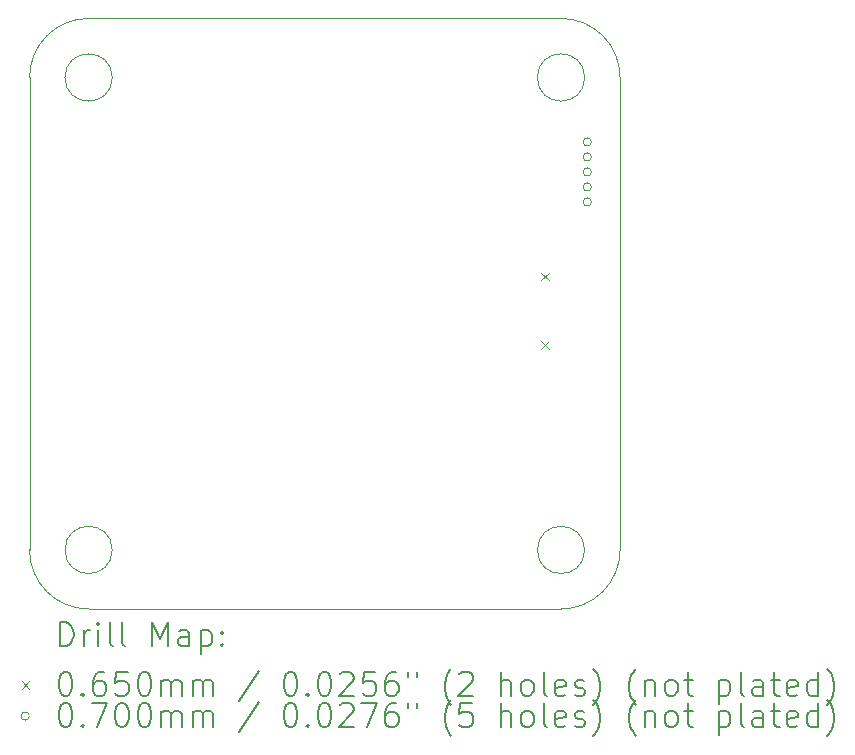
<source format=gbr>
%TF.GenerationSoftware,KiCad,Pcbnew,9.0.1-9.0.1-0~ubuntu24.04.1*%
%TF.CreationDate,2025-06-01T23:52:24-05:00*%
%TF.ProjectId,FC,46432e6b-6963-4616-945f-706362585858,rev?*%
%TF.SameCoordinates,Original*%
%TF.FileFunction,Drillmap*%
%TF.FilePolarity,Positive*%
%FSLAX45Y45*%
G04 Gerber Fmt 4.5, Leading zero omitted, Abs format (unit mm)*
G04 Created by KiCad (PCBNEW 9.0.1-9.0.1-0~ubuntu24.04.1) date 2025-06-01 23:52:24*
%MOMM*%
%LPD*%
G01*
G04 APERTURE LIST*
%ADD10C,0.050000*%
%ADD11C,0.200000*%
%ADD12C,0.100000*%
G04 APERTURE END LIST*
D10*
X19500000Y-5000000D02*
G75*
G02*
X20000000Y-5500000I0J-500000D01*
G01*
X20000000Y-9500000D02*
X20000000Y-5500000D01*
X19700000Y-9500000D02*
G75*
G02*
X19300000Y-9500000I-200000J0D01*
G01*
X19300000Y-9500000D02*
G75*
G02*
X19700000Y-9500000I200000J0D01*
G01*
X15000000Y-5500000D02*
G75*
G02*
X15500000Y-5000000I500000J0D01*
G01*
X15500000Y-10000000D02*
G75*
G02*
X15000000Y-9500000I0J500000D01*
G01*
X15500000Y-10000000D02*
X19500000Y-10000000D01*
X15500000Y-5000000D02*
X19500000Y-5000000D01*
X15700000Y-5500000D02*
G75*
G02*
X15300000Y-5500000I-200000J0D01*
G01*
X15300000Y-5500000D02*
G75*
G02*
X15700000Y-5500000I200000J0D01*
G01*
X15700000Y-9500000D02*
G75*
G02*
X15300000Y-9500000I-200000J0D01*
G01*
X15300000Y-9500000D02*
G75*
G02*
X15700000Y-9500000I200000J0D01*
G01*
X20000000Y-9500000D02*
G75*
G02*
X19500000Y-10000000I-500000J0D01*
G01*
X19700000Y-5500000D02*
G75*
G02*
X19300000Y-5500000I-200000J0D01*
G01*
X19300000Y-5500000D02*
G75*
G02*
X19700000Y-5500000I200000J0D01*
G01*
X15000000Y-5500000D02*
X15000000Y-9500000D01*
D11*
D12*
X19332000Y-7153500D02*
X19397000Y-7218500D01*
X19397000Y-7153500D02*
X19332000Y-7218500D01*
X19332000Y-7731500D02*
X19397000Y-7796500D01*
X19397000Y-7731500D02*
X19332000Y-7796500D01*
X19756350Y-6046000D02*
G75*
G02*
X19686350Y-6046000I-35000J0D01*
G01*
X19686350Y-6046000D02*
G75*
G02*
X19756350Y-6046000I35000J0D01*
G01*
X19756350Y-6173000D02*
G75*
G02*
X19686350Y-6173000I-35000J0D01*
G01*
X19686350Y-6173000D02*
G75*
G02*
X19756350Y-6173000I35000J0D01*
G01*
X19756350Y-6300000D02*
G75*
G02*
X19686350Y-6300000I-35000J0D01*
G01*
X19686350Y-6300000D02*
G75*
G02*
X19756350Y-6300000I35000J0D01*
G01*
X19756350Y-6427000D02*
G75*
G02*
X19686350Y-6427000I-35000J0D01*
G01*
X19686350Y-6427000D02*
G75*
G02*
X19756350Y-6427000I35000J0D01*
G01*
X19756350Y-6554000D02*
G75*
G02*
X19686350Y-6554000I-35000J0D01*
G01*
X19686350Y-6554000D02*
G75*
G02*
X19756350Y-6554000I35000J0D01*
G01*
D11*
X15258277Y-10313984D02*
X15258277Y-10113984D01*
X15258277Y-10113984D02*
X15305896Y-10113984D01*
X15305896Y-10113984D02*
X15334467Y-10123508D01*
X15334467Y-10123508D02*
X15353515Y-10142555D01*
X15353515Y-10142555D02*
X15363039Y-10161603D01*
X15363039Y-10161603D02*
X15372562Y-10199698D01*
X15372562Y-10199698D02*
X15372562Y-10228270D01*
X15372562Y-10228270D02*
X15363039Y-10266365D01*
X15363039Y-10266365D02*
X15353515Y-10285412D01*
X15353515Y-10285412D02*
X15334467Y-10304460D01*
X15334467Y-10304460D02*
X15305896Y-10313984D01*
X15305896Y-10313984D02*
X15258277Y-10313984D01*
X15458277Y-10313984D02*
X15458277Y-10180650D01*
X15458277Y-10218746D02*
X15467801Y-10199698D01*
X15467801Y-10199698D02*
X15477324Y-10190174D01*
X15477324Y-10190174D02*
X15496372Y-10180650D01*
X15496372Y-10180650D02*
X15515420Y-10180650D01*
X15582086Y-10313984D02*
X15582086Y-10180650D01*
X15582086Y-10113984D02*
X15572562Y-10123508D01*
X15572562Y-10123508D02*
X15582086Y-10133031D01*
X15582086Y-10133031D02*
X15591610Y-10123508D01*
X15591610Y-10123508D02*
X15582086Y-10113984D01*
X15582086Y-10113984D02*
X15582086Y-10133031D01*
X15705896Y-10313984D02*
X15686848Y-10304460D01*
X15686848Y-10304460D02*
X15677324Y-10285412D01*
X15677324Y-10285412D02*
X15677324Y-10113984D01*
X15810658Y-10313984D02*
X15791610Y-10304460D01*
X15791610Y-10304460D02*
X15782086Y-10285412D01*
X15782086Y-10285412D02*
X15782086Y-10113984D01*
X16039229Y-10313984D02*
X16039229Y-10113984D01*
X16039229Y-10113984D02*
X16105896Y-10256841D01*
X16105896Y-10256841D02*
X16172562Y-10113984D01*
X16172562Y-10113984D02*
X16172562Y-10313984D01*
X16353515Y-10313984D02*
X16353515Y-10209222D01*
X16353515Y-10209222D02*
X16343991Y-10190174D01*
X16343991Y-10190174D02*
X16324943Y-10180650D01*
X16324943Y-10180650D02*
X16286848Y-10180650D01*
X16286848Y-10180650D02*
X16267801Y-10190174D01*
X16353515Y-10304460D02*
X16334467Y-10313984D01*
X16334467Y-10313984D02*
X16286848Y-10313984D01*
X16286848Y-10313984D02*
X16267801Y-10304460D01*
X16267801Y-10304460D02*
X16258277Y-10285412D01*
X16258277Y-10285412D02*
X16258277Y-10266365D01*
X16258277Y-10266365D02*
X16267801Y-10247317D01*
X16267801Y-10247317D02*
X16286848Y-10237793D01*
X16286848Y-10237793D02*
X16334467Y-10237793D01*
X16334467Y-10237793D02*
X16353515Y-10228270D01*
X16448753Y-10180650D02*
X16448753Y-10380650D01*
X16448753Y-10190174D02*
X16467801Y-10180650D01*
X16467801Y-10180650D02*
X16505896Y-10180650D01*
X16505896Y-10180650D02*
X16524943Y-10190174D01*
X16524943Y-10190174D02*
X16534467Y-10199698D01*
X16534467Y-10199698D02*
X16543991Y-10218746D01*
X16543991Y-10218746D02*
X16543991Y-10275889D01*
X16543991Y-10275889D02*
X16534467Y-10294936D01*
X16534467Y-10294936D02*
X16524943Y-10304460D01*
X16524943Y-10304460D02*
X16505896Y-10313984D01*
X16505896Y-10313984D02*
X16467801Y-10313984D01*
X16467801Y-10313984D02*
X16448753Y-10304460D01*
X16629705Y-10294936D02*
X16639229Y-10304460D01*
X16639229Y-10304460D02*
X16629705Y-10313984D01*
X16629705Y-10313984D02*
X16620182Y-10304460D01*
X16620182Y-10304460D02*
X16629705Y-10294936D01*
X16629705Y-10294936D02*
X16629705Y-10313984D01*
X16629705Y-10190174D02*
X16639229Y-10199698D01*
X16639229Y-10199698D02*
X16629705Y-10209222D01*
X16629705Y-10209222D02*
X16620182Y-10199698D01*
X16620182Y-10199698D02*
X16629705Y-10190174D01*
X16629705Y-10190174D02*
X16629705Y-10209222D01*
D12*
X14932500Y-10610000D02*
X14997500Y-10675000D01*
X14997500Y-10610000D02*
X14932500Y-10675000D01*
D11*
X15296372Y-10533984D02*
X15315420Y-10533984D01*
X15315420Y-10533984D02*
X15334467Y-10543508D01*
X15334467Y-10543508D02*
X15343991Y-10553031D01*
X15343991Y-10553031D02*
X15353515Y-10572079D01*
X15353515Y-10572079D02*
X15363039Y-10610174D01*
X15363039Y-10610174D02*
X15363039Y-10657793D01*
X15363039Y-10657793D02*
X15353515Y-10695889D01*
X15353515Y-10695889D02*
X15343991Y-10714936D01*
X15343991Y-10714936D02*
X15334467Y-10724460D01*
X15334467Y-10724460D02*
X15315420Y-10733984D01*
X15315420Y-10733984D02*
X15296372Y-10733984D01*
X15296372Y-10733984D02*
X15277324Y-10724460D01*
X15277324Y-10724460D02*
X15267801Y-10714936D01*
X15267801Y-10714936D02*
X15258277Y-10695889D01*
X15258277Y-10695889D02*
X15248753Y-10657793D01*
X15248753Y-10657793D02*
X15248753Y-10610174D01*
X15248753Y-10610174D02*
X15258277Y-10572079D01*
X15258277Y-10572079D02*
X15267801Y-10553031D01*
X15267801Y-10553031D02*
X15277324Y-10543508D01*
X15277324Y-10543508D02*
X15296372Y-10533984D01*
X15448753Y-10714936D02*
X15458277Y-10724460D01*
X15458277Y-10724460D02*
X15448753Y-10733984D01*
X15448753Y-10733984D02*
X15439229Y-10724460D01*
X15439229Y-10724460D02*
X15448753Y-10714936D01*
X15448753Y-10714936D02*
X15448753Y-10733984D01*
X15629705Y-10533984D02*
X15591610Y-10533984D01*
X15591610Y-10533984D02*
X15572562Y-10543508D01*
X15572562Y-10543508D02*
X15563039Y-10553031D01*
X15563039Y-10553031D02*
X15543991Y-10581603D01*
X15543991Y-10581603D02*
X15534467Y-10619698D01*
X15534467Y-10619698D02*
X15534467Y-10695889D01*
X15534467Y-10695889D02*
X15543991Y-10714936D01*
X15543991Y-10714936D02*
X15553515Y-10724460D01*
X15553515Y-10724460D02*
X15572562Y-10733984D01*
X15572562Y-10733984D02*
X15610658Y-10733984D01*
X15610658Y-10733984D02*
X15629705Y-10724460D01*
X15629705Y-10724460D02*
X15639229Y-10714936D01*
X15639229Y-10714936D02*
X15648753Y-10695889D01*
X15648753Y-10695889D02*
X15648753Y-10648270D01*
X15648753Y-10648270D02*
X15639229Y-10629222D01*
X15639229Y-10629222D02*
X15629705Y-10619698D01*
X15629705Y-10619698D02*
X15610658Y-10610174D01*
X15610658Y-10610174D02*
X15572562Y-10610174D01*
X15572562Y-10610174D02*
X15553515Y-10619698D01*
X15553515Y-10619698D02*
X15543991Y-10629222D01*
X15543991Y-10629222D02*
X15534467Y-10648270D01*
X15829705Y-10533984D02*
X15734467Y-10533984D01*
X15734467Y-10533984D02*
X15724943Y-10629222D01*
X15724943Y-10629222D02*
X15734467Y-10619698D01*
X15734467Y-10619698D02*
X15753515Y-10610174D01*
X15753515Y-10610174D02*
X15801134Y-10610174D01*
X15801134Y-10610174D02*
X15820182Y-10619698D01*
X15820182Y-10619698D02*
X15829705Y-10629222D01*
X15829705Y-10629222D02*
X15839229Y-10648270D01*
X15839229Y-10648270D02*
X15839229Y-10695889D01*
X15839229Y-10695889D02*
X15829705Y-10714936D01*
X15829705Y-10714936D02*
X15820182Y-10724460D01*
X15820182Y-10724460D02*
X15801134Y-10733984D01*
X15801134Y-10733984D02*
X15753515Y-10733984D01*
X15753515Y-10733984D02*
X15734467Y-10724460D01*
X15734467Y-10724460D02*
X15724943Y-10714936D01*
X15963039Y-10533984D02*
X15982086Y-10533984D01*
X15982086Y-10533984D02*
X16001134Y-10543508D01*
X16001134Y-10543508D02*
X16010658Y-10553031D01*
X16010658Y-10553031D02*
X16020182Y-10572079D01*
X16020182Y-10572079D02*
X16029705Y-10610174D01*
X16029705Y-10610174D02*
X16029705Y-10657793D01*
X16029705Y-10657793D02*
X16020182Y-10695889D01*
X16020182Y-10695889D02*
X16010658Y-10714936D01*
X16010658Y-10714936D02*
X16001134Y-10724460D01*
X16001134Y-10724460D02*
X15982086Y-10733984D01*
X15982086Y-10733984D02*
X15963039Y-10733984D01*
X15963039Y-10733984D02*
X15943991Y-10724460D01*
X15943991Y-10724460D02*
X15934467Y-10714936D01*
X15934467Y-10714936D02*
X15924943Y-10695889D01*
X15924943Y-10695889D02*
X15915420Y-10657793D01*
X15915420Y-10657793D02*
X15915420Y-10610174D01*
X15915420Y-10610174D02*
X15924943Y-10572079D01*
X15924943Y-10572079D02*
X15934467Y-10553031D01*
X15934467Y-10553031D02*
X15943991Y-10543508D01*
X15943991Y-10543508D02*
X15963039Y-10533984D01*
X16115420Y-10733984D02*
X16115420Y-10600650D01*
X16115420Y-10619698D02*
X16124943Y-10610174D01*
X16124943Y-10610174D02*
X16143991Y-10600650D01*
X16143991Y-10600650D02*
X16172563Y-10600650D01*
X16172563Y-10600650D02*
X16191610Y-10610174D01*
X16191610Y-10610174D02*
X16201134Y-10629222D01*
X16201134Y-10629222D02*
X16201134Y-10733984D01*
X16201134Y-10629222D02*
X16210658Y-10610174D01*
X16210658Y-10610174D02*
X16229705Y-10600650D01*
X16229705Y-10600650D02*
X16258277Y-10600650D01*
X16258277Y-10600650D02*
X16277324Y-10610174D01*
X16277324Y-10610174D02*
X16286848Y-10629222D01*
X16286848Y-10629222D02*
X16286848Y-10733984D01*
X16382086Y-10733984D02*
X16382086Y-10600650D01*
X16382086Y-10619698D02*
X16391610Y-10610174D01*
X16391610Y-10610174D02*
X16410658Y-10600650D01*
X16410658Y-10600650D02*
X16439229Y-10600650D01*
X16439229Y-10600650D02*
X16458277Y-10610174D01*
X16458277Y-10610174D02*
X16467801Y-10629222D01*
X16467801Y-10629222D02*
X16467801Y-10733984D01*
X16467801Y-10629222D02*
X16477324Y-10610174D01*
X16477324Y-10610174D02*
X16496372Y-10600650D01*
X16496372Y-10600650D02*
X16524943Y-10600650D01*
X16524943Y-10600650D02*
X16543991Y-10610174D01*
X16543991Y-10610174D02*
X16553515Y-10629222D01*
X16553515Y-10629222D02*
X16553515Y-10733984D01*
X16943991Y-10524460D02*
X16772563Y-10781603D01*
X17201134Y-10533984D02*
X17220182Y-10533984D01*
X17220182Y-10533984D02*
X17239229Y-10543508D01*
X17239229Y-10543508D02*
X17248753Y-10553031D01*
X17248753Y-10553031D02*
X17258277Y-10572079D01*
X17258277Y-10572079D02*
X17267801Y-10610174D01*
X17267801Y-10610174D02*
X17267801Y-10657793D01*
X17267801Y-10657793D02*
X17258277Y-10695889D01*
X17258277Y-10695889D02*
X17248753Y-10714936D01*
X17248753Y-10714936D02*
X17239229Y-10724460D01*
X17239229Y-10724460D02*
X17220182Y-10733984D01*
X17220182Y-10733984D02*
X17201134Y-10733984D01*
X17201134Y-10733984D02*
X17182087Y-10724460D01*
X17182087Y-10724460D02*
X17172563Y-10714936D01*
X17172563Y-10714936D02*
X17163039Y-10695889D01*
X17163039Y-10695889D02*
X17153515Y-10657793D01*
X17153515Y-10657793D02*
X17153515Y-10610174D01*
X17153515Y-10610174D02*
X17163039Y-10572079D01*
X17163039Y-10572079D02*
X17172563Y-10553031D01*
X17172563Y-10553031D02*
X17182087Y-10543508D01*
X17182087Y-10543508D02*
X17201134Y-10533984D01*
X17353515Y-10714936D02*
X17363039Y-10724460D01*
X17363039Y-10724460D02*
X17353515Y-10733984D01*
X17353515Y-10733984D02*
X17343991Y-10724460D01*
X17343991Y-10724460D02*
X17353515Y-10714936D01*
X17353515Y-10714936D02*
X17353515Y-10733984D01*
X17486848Y-10533984D02*
X17505896Y-10533984D01*
X17505896Y-10533984D02*
X17524944Y-10543508D01*
X17524944Y-10543508D02*
X17534468Y-10553031D01*
X17534468Y-10553031D02*
X17543991Y-10572079D01*
X17543991Y-10572079D02*
X17553515Y-10610174D01*
X17553515Y-10610174D02*
X17553515Y-10657793D01*
X17553515Y-10657793D02*
X17543991Y-10695889D01*
X17543991Y-10695889D02*
X17534468Y-10714936D01*
X17534468Y-10714936D02*
X17524944Y-10724460D01*
X17524944Y-10724460D02*
X17505896Y-10733984D01*
X17505896Y-10733984D02*
X17486848Y-10733984D01*
X17486848Y-10733984D02*
X17467801Y-10724460D01*
X17467801Y-10724460D02*
X17458277Y-10714936D01*
X17458277Y-10714936D02*
X17448753Y-10695889D01*
X17448753Y-10695889D02*
X17439229Y-10657793D01*
X17439229Y-10657793D02*
X17439229Y-10610174D01*
X17439229Y-10610174D02*
X17448753Y-10572079D01*
X17448753Y-10572079D02*
X17458277Y-10553031D01*
X17458277Y-10553031D02*
X17467801Y-10543508D01*
X17467801Y-10543508D02*
X17486848Y-10533984D01*
X17629706Y-10553031D02*
X17639229Y-10543508D01*
X17639229Y-10543508D02*
X17658277Y-10533984D01*
X17658277Y-10533984D02*
X17705896Y-10533984D01*
X17705896Y-10533984D02*
X17724944Y-10543508D01*
X17724944Y-10543508D02*
X17734468Y-10553031D01*
X17734468Y-10553031D02*
X17743991Y-10572079D01*
X17743991Y-10572079D02*
X17743991Y-10591127D01*
X17743991Y-10591127D02*
X17734468Y-10619698D01*
X17734468Y-10619698D02*
X17620182Y-10733984D01*
X17620182Y-10733984D02*
X17743991Y-10733984D01*
X17924944Y-10533984D02*
X17829706Y-10533984D01*
X17829706Y-10533984D02*
X17820182Y-10629222D01*
X17820182Y-10629222D02*
X17829706Y-10619698D01*
X17829706Y-10619698D02*
X17848753Y-10610174D01*
X17848753Y-10610174D02*
X17896372Y-10610174D01*
X17896372Y-10610174D02*
X17915420Y-10619698D01*
X17915420Y-10619698D02*
X17924944Y-10629222D01*
X17924944Y-10629222D02*
X17934468Y-10648270D01*
X17934468Y-10648270D02*
X17934468Y-10695889D01*
X17934468Y-10695889D02*
X17924944Y-10714936D01*
X17924944Y-10714936D02*
X17915420Y-10724460D01*
X17915420Y-10724460D02*
X17896372Y-10733984D01*
X17896372Y-10733984D02*
X17848753Y-10733984D01*
X17848753Y-10733984D02*
X17829706Y-10724460D01*
X17829706Y-10724460D02*
X17820182Y-10714936D01*
X18105896Y-10533984D02*
X18067801Y-10533984D01*
X18067801Y-10533984D02*
X18048753Y-10543508D01*
X18048753Y-10543508D02*
X18039229Y-10553031D01*
X18039229Y-10553031D02*
X18020182Y-10581603D01*
X18020182Y-10581603D02*
X18010658Y-10619698D01*
X18010658Y-10619698D02*
X18010658Y-10695889D01*
X18010658Y-10695889D02*
X18020182Y-10714936D01*
X18020182Y-10714936D02*
X18029706Y-10724460D01*
X18029706Y-10724460D02*
X18048753Y-10733984D01*
X18048753Y-10733984D02*
X18086849Y-10733984D01*
X18086849Y-10733984D02*
X18105896Y-10724460D01*
X18105896Y-10724460D02*
X18115420Y-10714936D01*
X18115420Y-10714936D02*
X18124944Y-10695889D01*
X18124944Y-10695889D02*
X18124944Y-10648270D01*
X18124944Y-10648270D02*
X18115420Y-10629222D01*
X18115420Y-10629222D02*
X18105896Y-10619698D01*
X18105896Y-10619698D02*
X18086849Y-10610174D01*
X18086849Y-10610174D02*
X18048753Y-10610174D01*
X18048753Y-10610174D02*
X18029706Y-10619698D01*
X18029706Y-10619698D02*
X18020182Y-10629222D01*
X18020182Y-10629222D02*
X18010658Y-10648270D01*
X18201134Y-10533984D02*
X18201134Y-10572079D01*
X18277325Y-10533984D02*
X18277325Y-10572079D01*
X18572563Y-10810174D02*
X18563039Y-10800650D01*
X18563039Y-10800650D02*
X18543991Y-10772079D01*
X18543991Y-10772079D02*
X18534468Y-10753031D01*
X18534468Y-10753031D02*
X18524944Y-10724460D01*
X18524944Y-10724460D02*
X18515420Y-10676841D01*
X18515420Y-10676841D02*
X18515420Y-10638746D01*
X18515420Y-10638746D02*
X18524944Y-10591127D01*
X18524944Y-10591127D02*
X18534468Y-10562555D01*
X18534468Y-10562555D02*
X18543991Y-10543508D01*
X18543991Y-10543508D02*
X18563039Y-10514936D01*
X18563039Y-10514936D02*
X18572563Y-10505412D01*
X18639230Y-10553031D02*
X18648753Y-10543508D01*
X18648753Y-10543508D02*
X18667801Y-10533984D01*
X18667801Y-10533984D02*
X18715420Y-10533984D01*
X18715420Y-10533984D02*
X18734468Y-10543508D01*
X18734468Y-10543508D02*
X18743991Y-10553031D01*
X18743991Y-10553031D02*
X18753515Y-10572079D01*
X18753515Y-10572079D02*
X18753515Y-10591127D01*
X18753515Y-10591127D02*
X18743991Y-10619698D01*
X18743991Y-10619698D02*
X18629706Y-10733984D01*
X18629706Y-10733984D02*
X18753515Y-10733984D01*
X18991611Y-10733984D02*
X18991611Y-10533984D01*
X19077325Y-10733984D02*
X19077325Y-10629222D01*
X19077325Y-10629222D02*
X19067801Y-10610174D01*
X19067801Y-10610174D02*
X19048753Y-10600650D01*
X19048753Y-10600650D02*
X19020182Y-10600650D01*
X19020182Y-10600650D02*
X19001134Y-10610174D01*
X19001134Y-10610174D02*
X18991611Y-10619698D01*
X19201134Y-10733984D02*
X19182087Y-10724460D01*
X19182087Y-10724460D02*
X19172563Y-10714936D01*
X19172563Y-10714936D02*
X19163039Y-10695889D01*
X19163039Y-10695889D02*
X19163039Y-10638746D01*
X19163039Y-10638746D02*
X19172563Y-10619698D01*
X19172563Y-10619698D02*
X19182087Y-10610174D01*
X19182087Y-10610174D02*
X19201134Y-10600650D01*
X19201134Y-10600650D02*
X19229706Y-10600650D01*
X19229706Y-10600650D02*
X19248753Y-10610174D01*
X19248753Y-10610174D02*
X19258277Y-10619698D01*
X19258277Y-10619698D02*
X19267801Y-10638746D01*
X19267801Y-10638746D02*
X19267801Y-10695889D01*
X19267801Y-10695889D02*
X19258277Y-10714936D01*
X19258277Y-10714936D02*
X19248753Y-10724460D01*
X19248753Y-10724460D02*
X19229706Y-10733984D01*
X19229706Y-10733984D02*
X19201134Y-10733984D01*
X19382087Y-10733984D02*
X19363039Y-10724460D01*
X19363039Y-10724460D02*
X19353515Y-10705412D01*
X19353515Y-10705412D02*
X19353515Y-10533984D01*
X19534468Y-10724460D02*
X19515420Y-10733984D01*
X19515420Y-10733984D02*
X19477325Y-10733984D01*
X19477325Y-10733984D02*
X19458277Y-10724460D01*
X19458277Y-10724460D02*
X19448753Y-10705412D01*
X19448753Y-10705412D02*
X19448753Y-10629222D01*
X19448753Y-10629222D02*
X19458277Y-10610174D01*
X19458277Y-10610174D02*
X19477325Y-10600650D01*
X19477325Y-10600650D02*
X19515420Y-10600650D01*
X19515420Y-10600650D02*
X19534468Y-10610174D01*
X19534468Y-10610174D02*
X19543992Y-10629222D01*
X19543992Y-10629222D02*
X19543992Y-10648270D01*
X19543992Y-10648270D02*
X19448753Y-10667317D01*
X19620182Y-10724460D02*
X19639230Y-10733984D01*
X19639230Y-10733984D02*
X19677325Y-10733984D01*
X19677325Y-10733984D02*
X19696373Y-10724460D01*
X19696373Y-10724460D02*
X19705896Y-10705412D01*
X19705896Y-10705412D02*
X19705896Y-10695889D01*
X19705896Y-10695889D02*
X19696373Y-10676841D01*
X19696373Y-10676841D02*
X19677325Y-10667317D01*
X19677325Y-10667317D02*
X19648753Y-10667317D01*
X19648753Y-10667317D02*
X19629706Y-10657793D01*
X19629706Y-10657793D02*
X19620182Y-10638746D01*
X19620182Y-10638746D02*
X19620182Y-10629222D01*
X19620182Y-10629222D02*
X19629706Y-10610174D01*
X19629706Y-10610174D02*
X19648753Y-10600650D01*
X19648753Y-10600650D02*
X19677325Y-10600650D01*
X19677325Y-10600650D02*
X19696373Y-10610174D01*
X19772563Y-10810174D02*
X19782087Y-10800650D01*
X19782087Y-10800650D02*
X19801134Y-10772079D01*
X19801134Y-10772079D02*
X19810658Y-10753031D01*
X19810658Y-10753031D02*
X19820182Y-10724460D01*
X19820182Y-10724460D02*
X19829706Y-10676841D01*
X19829706Y-10676841D02*
X19829706Y-10638746D01*
X19829706Y-10638746D02*
X19820182Y-10591127D01*
X19820182Y-10591127D02*
X19810658Y-10562555D01*
X19810658Y-10562555D02*
X19801134Y-10543508D01*
X19801134Y-10543508D02*
X19782087Y-10514936D01*
X19782087Y-10514936D02*
X19772563Y-10505412D01*
X20134468Y-10810174D02*
X20124944Y-10800650D01*
X20124944Y-10800650D02*
X20105896Y-10772079D01*
X20105896Y-10772079D02*
X20096373Y-10753031D01*
X20096373Y-10753031D02*
X20086849Y-10724460D01*
X20086849Y-10724460D02*
X20077325Y-10676841D01*
X20077325Y-10676841D02*
X20077325Y-10638746D01*
X20077325Y-10638746D02*
X20086849Y-10591127D01*
X20086849Y-10591127D02*
X20096373Y-10562555D01*
X20096373Y-10562555D02*
X20105896Y-10543508D01*
X20105896Y-10543508D02*
X20124944Y-10514936D01*
X20124944Y-10514936D02*
X20134468Y-10505412D01*
X20210658Y-10600650D02*
X20210658Y-10733984D01*
X20210658Y-10619698D02*
X20220182Y-10610174D01*
X20220182Y-10610174D02*
X20239230Y-10600650D01*
X20239230Y-10600650D02*
X20267801Y-10600650D01*
X20267801Y-10600650D02*
X20286849Y-10610174D01*
X20286849Y-10610174D02*
X20296373Y-10629222D01*
X20296373Y-10629222D02*
X20296373Y-10733984D01*
X20420182Y-10733984D02*
X20401134Y-10724460D01*
X20401134Y-10724460D02*
X20391611Y-10714936D01*
X20391611Y-10714936D02*
X20382087Y-10695889D01*
X20382087Y-10695889D02*
X20382087Y-10638746D01*
X20382087Y-10638746D02*
X20391611Y-10619698D01*
X20391611Y-10619698D02*
X20401134Y-10610174D01*
X20401134Y-10610174D02*
X20420182Y-10600650D01*
X20420182Y-10600650D02*
X20448754Y-10600650D01*
X20448754Y-10600650D02*
X20467801Y-10610174D01*
X20467801Y-10610174D02*
X20477325Y-10619698D01*
X20477325Y-10619698D02*
X20486849Y-10638746D01*
X20486849Y-10638746D02*
X20486849Y-10695889D01*
X20486849Y-10695889D02*
X20477325Y-10714936D01*
X20477325Y-10714936D02*
X20467801Y-10724460D01*
X20467801Y-10724460D02*
X20448754Y-10733984D01*
X20448754Y-10733984D02*
X20420182Y-10733984D01*
X20543992Y-10600650D02*
X20620182Y-10600650D01*
X20572563Y-10533984D02*
X20572563Y-10705412D01*
X20572563Y-10705412D02*
X20582087Y-10724460D01*
X20582087Y-10724460D02*
X20601134Y-10733984D01*
X20601134Y-10733984D02*
X20620182Y-10733984D01*
X20839230Y-10600650D02*
X20839230Y-10800650D01*
X20839230Y-10610174D02*
X20858277Y-10600650D01*
X20858277Y-10600650D02*
X20896373Y-10600650D01*
X20896373Y-10600650D02*
X20915420Y-10610174D01*
X20915420Y-10610174D02*
X20924944Y-10619698D01*
X20924944Y-10619698D02*
X20934468Y-10638746D01*
X20934468Y-10638746D02*
X20934468Y-10695889D01*
X20934468Y-10695889D02*
X20924944Y-10714936D01*
X20924944Y-10714936D02*
X20915420Y-10724460D01*
X20915420Y-10724460D02*
X20896373Y-10733984D01*
X20896373Y-10733984D02*
X20858277Y-10733984D01*
X20858277Y-10733984D02*
X20839230Y-10724460D01*
X21048754Y-10733984D02*
X21029706Y-10724460D01*
X21029706Y-10724460D02*
X21020182Y-10705412D01*
X21020182Y-10705412D02*
X21020182Y-10533984D01*
X21210658Y-10733984D02*
X21210658Y-10629222D01*
X21210658Y-10629222D02*
X21201135Y-10610174D01*
X21201135Y-10610174D02*
X21182087Y-10600650D01*
X21182087Y-10600650D02*
X21143992Y-10600650D01*
X21143992Y-10600650D02*
X21124944Y-10610174D01*
X21210658Y-10724460D02*
X21191611Y-10733984D01*
X21191611Y-10733984D02*
X21143992Y-10733984D01*
X21143992Y-10733984D02*
X21124944Y-10724460D01*
X21124944Y-10724460D02*
X21115420Y-10705412D01*
X21115420Y-10705412D02*
X21115420Y-10686365D01*
X21115420Y-10686365D02*
X21124944Y-10667317D01*
X21124944Y-10667317D02*
X21143992Y-10657793D01*
X21143992Y-10657793D02*
X21191611Y-10657793D01*
X21191611Y-10657793D02*
X21210658Y-10648270D01*
X21277325Y-10600650D02*
X21353515Y-10600650D01*
X21305896Y-10533984D02*
X21305896Y-10705412D01*
X21305896Y-10705412D02*
X21315420Y-10724460D01*
X21315420Y-10724460D02*
X21334468Y-10733984D01*
X21334468Y-10733984D02*
X21353515Y-10733984D01*
X21496373Y-10724460D02*
X21477325Y-10733984D01*
X21477325Y-10733984D02*
X21439230Y-10733984D01*
X21439230Y-10733984D02*
X21420182Y-10724460D01*
X21420182Y-10724460D02*
X21410658Y-10705412D01*
X21410658Y-10705412D02*
X21410658Y-10629222D01*
X21410658Y-10629222D02*
X21420182Y-10610174D01*
X21420182Y-10610174D02*
X21439230Y-10600650D01*
X21439230Y-10600650D02*
X21477325Y-10600650D01*
X21477325Y-10600650D02*
X21496373Y-10610174D01*
X21496373Y-10610174D02*
X21505896Y-10629222D01*
X21505896Y-10629222D02*
X21505896Y-10648270D01*
X21505896Y-10648270D02*
X21410658Y-10667317D01*
X21677325Y-10733984D02*
X21677325Y-10533984D01*
X21677325Y-10724460D02*
X21658277Y-10733984D01*
X21658277Y-10733984D02*
X21620182Y-10733984D01*
X21620182Y-10733984D02*
X21601135Y-10724460D01*
X21601135Y-10724460D02*
X21591611Y-10714936D01*
X21591611Y-10714936D02*
X21582087Y-10695889D01*
X21582087Y-10695889D02*
X21582087Y-10638746D01*
X21582087Y-10638746D02*
X21591611Y-10619698D01*
X21591611Y-10619698D02*
X21601135Y-10610174D01*
X21601135Y-10610174D02*
X21620182Y-10600650D01*
X21620182Y-10600650D02*
X21658277Y-10600650D01*
X21658277Y-10600650D02*
X21677325Y-10610174D01*
X21753516Y-10810174D02*
X21763039Y-10800650D01*
X21763039Y-10800650D02*
X21782087Y-10772079D01*
X21782087Y-10772079D02*
X21791611Y-10753031D01*
X21791611Y-10753031D02*
X21801135Y-10724460D01*
X21801135Y-10724460D02*
X21810658Y-10676841D01*
X21810658Y-10676841D02*
X21810658Y-10638746D01*
X21810658Y-10638746D02*
X21801135Y-10591127D01*
X21801135Y-10591127D02*
X21791611Y-10562555D01*
X21791611Y-10562555D02*
X21782087Y-10543508D01*
X21782087Y-10543508D02*
X21763039Y-10514936D01*
X21763039Y-10514936D02*
X21753516Y-10505412D01*
D12*
X14997500Y-10906500D02*
G75*
G02*
X14927500Y-10906500I-35000J0D01*
G01*
X14927500Y-10906500D02*
G75*
G02*
X14997500Y-10906500I35000J0D01*
G01*
D11*
X15296372Y-10797984D02*
X15315420Y-10797984D01*
X15315420Y-10797984D02*
X15334467Y-10807508D01*
X15334467Y-10807508D02*
X15343991Y-10817031D01*
X15343991Y-10817031D02*
X15353515Y-10836079D01*
X15353515Y-10836079D02*
X15363039Y-10874174D01*
X15363039Y-10874174D02*
X15363039Y-10921793D01*
X15363039Y-10921793D02*
X15353515Y-10959889D01*
X15353515Y-10959889D02*
X15343991Y-10978936D01*
X15343991Y-10978936D02*
X15334467Y-10988460D01*
X15334467Y-10988460D02*
X15315420Y-10997984D01*
X15315420Y-10997984D02*
X15296372Y-10997984D01*
X15296372Y-10997984D02*
X15277324Y-10988460D01*
X15277324Y-10988460D02*
X15267801Y-10978936D01*
X15267801Y-10978936D02*
X15258277Y-10959889D01*
X15258277Y-10959889D02*
X15248753Y-10921793D01*
X15248753Y-10921793D02*
X15248753Y-10874174D01*
X15248753Y-10874174D02*
X15258277Y-10836079D01*
X15258277Y-10836079D02*
X15267801Y-10817031D01*
X15267801Y-10817031D02*
X15277324Y-10807508D01*
X15277324Y-10807508D02*
X15296372Y-10797984D01*
X15448753Y-10978936D02*
X15458277Y-10988460D01*
X15458277Y-10988460D02*
X15448753Y-10997984D01*
X15448753Y-10997984D02*
X15439229Y-10988460D01*
X15439229Y-10988460D02*
X15448753Y-10978936D01*
X15448753Y-10978936D02*
X15448753Y-10997984D01*
X15524943Y-10797984D02*
X15658277Y-10797984D01*
X15658277Y-10797984D02*
X15572562Y-10997984D01*
X15772562Y-10797984D02*
X15791610Y-10797984D01*
X15791610Y-10797984D02*
X15810658Y-10807508D01*
X15810658Y-10807508D02*
X15820182Y-10817031D01*
X15820182Y-10817031D02*
X15829705Y-10836079D01*
X15829705Y-10836079D02*
X15839229Y-10874174D01*
X15839229Y-10874174D02*
X15839229Y-10921793D01*
X15839229Y-10921793D02*
X15829705Y-10959889D01*
X15829705Y-10959889D02*
X15820182Y-10978936D01*
X15820182Y-10978936D02*
X15810658Y-10988460D01*
X15810658Y-10988460D02*
X15791610Y-10997984D01*
X15791610Y-10997984D02*
X15772562Y-10997984D01*
X15772562Y-10997984D02*
X15753515Y-10988460D01*
X15753515Y-10988460D02*
X15743991Y-10978936D01*
X15743991Y-10978936D02*
X15734467Y-10959889D01*
X15734467Y-10959889D02*
X15724943Y-10921793D01*
X15724943Y-10921793D02*
X15724943Y-10874174D01*
X15724943Y-10874174D02*
X15734467Y-10836079D01*
X15734467Y-10836079D02*
X15743991Y-10817031D01*
X15743991Y-10817031D02*
X15753515Y-10807508D01*
X15753515Y-10807508D02*
X15772562Y-10797984D01*
X15963039Y-10797984D02*
X15982086Y-10797984D01*
X15982086Y-10797984D02*
X16001134Y-10807508D01*
X16001134Y-10807508D02*
X16010658Y-10817031D01*
X16010658Y-10817031D02*
X16020182Y-10836079D01*
X16020182Y-10836079D02*
X16029705Y-10874174D01*
X16029705Y-10874174D02*
X16029705Y-10921793D01*
X16029705Y-10921793D02*
X16020182Y-10959889D01*
X16020182Y-10959889D02*
X16010658Y-10978936D01*
X16010658Y-10978936D02*
X16001134Y-10988460D01*
X16001134Y-10988460D02*
X15982086Y-10997984D01*
X15982086Y-10997984D02*
X15963039Y-10997984D01*
X15963039Y-10997984D02*
X15943991Y-10988460D01*
X15943991Y-10988460D02*
X15934467Y-10978936D01*
X15934467Y-10978936D02*
X15924943Y-10959889D01*
X15924943Y-10959889D02*
X15915420Y-10921793D01*
X15915420Y-10921793D02*
X15915420Y-10874174D01*
X15915420Y-10874174D02*
X15924943Y-10836079D01*
X15924943Y-10836079D02*
X15934467Y-10817031D01*
X15934467Y-10817031D02*
X15943991Y-10807508D01*
X15943991Y-10807508D02*
X15963039Y-10797984D01*
X16115420Y-10997984D02*
X16115420Y-10864650D01*
X16115420Y-10883698D02*
X16124943Y-10874174D01*
X16124943Y-10874174D02*
X16143991Y-10864650D01*
X16143991Y-10864650D02*
X16172563Y-10864650D01*
X16172563Y-10864650D02*
X16191610Y-10874174D01*
X16191610Y-10874174D02*
X16201134Y-10893222D01*
X16201134Y-10893222D02*
X16201134Y-10997984D01*
X16201134Y-10893222D02*
X16210658Y-10874174D01*
X16210658Y-10874174D02*
X16229705Y-10864650D01*
X16229705Y-10864650D02*
X16258277Y-10864650D01*
X16258277Y-10864650D02*
X16277324Y-10874174D01*
X16277324Y-10874174D02*
X16286848Y-10893222D01*
X16286848Y-10893222D02*
X16286848Y-10997984D01*
X16382086Y-10997984D02*
X16382086Y-10864650D01*
X16382086Y-10883698D02*
X16391610Y-10874174D01*
X16391610Y-10874174D02*
X16410658Y-10864650D01*
X16410658Y-10864650D02*
X16439229Y-10864650D01*
X16439229Y-10864650D02*
X16458277Y-10874174D01*
X16458277Y-10874174D02*
X16467801Y-10893222D01*
X16467801Y-10893222D02*
X16467801Y-10997984D01*
X16467801Y-10893222D02*
X16477324Y-10874174D01*
X16477324Y-10874174D02*
X16496372Y-10864650D01*
X16496372Y-10864650D02*
X16524943Y-10864650D01*
X16524943Y-10864650D02*
X16543991Y-10874174D01*
X16543991Y-10874174D02*
X16553515Y-10893222D01*
X16553515Y-10893222D02*
X16553515Y-10997984D01*
X16943991Y-10788460D02*
X16772563Y-11045603D01*
X17201134Y-10797984D02*
X17220182Y-10797984D01*
X17220182Y-10797984D02*
X17239229Y-10807508D01*
X17239229Y-10807508D02*
X17248753Y-10817031D01*
X17248753Y-10817031D02*
X17258277Y-10836079D01*
X17258277Y-10836079D02*
X17267801Y-10874174D01*
X17267801Y-10874174D02*
X17267801Y-10921793D01*
X17267801Y-10921793D02*
X17258277Y-10959889D01*
X17258277Y-10959889D02*
X17248753Y-10978936D01*
X17248753Y-10978936D02*
X17239229Y-10988460D01*
X17239229Y-10988460D02*
X17220182Y-10997984D01*
X17220182Y-10997984D02*
X17201134Y-10997984D01*
X17201134Y-10997984D02*
X17182087Y-10988460D01*
X17182087Y-10988460D02*
X17172563Y-10978936D01*
X17172563Y-10978936D02*
X17163039Y-10959889D01*
X17163039Y-10959889D02*
X17153515Y-10921793D01*
X17153515Y-10921793D02*
X17153515Y-10874174D01*
X17153515Y-10874174D02*
X17163039Y-10836079D01*
X17163039Y-10836079D02*
X17172563Y-10817031D01*
X17172563Y-10817031D02*
X17182087Y-10807508D01*
X17182087Y-10807508D02*
X17201134Y-10797984D01*
X17353515Y-10978936D02*
X17363039Y-10988460D01*
X17363039Y-10988460D02*
X17353515Y-10997984D01*
X17353515Y-10997984D02*
X17343991Y-10988460D01*
X17343991Y-10988460D02*
X17353515Y-10978936D01*
X17353515Y-10978936D02*
X17353515Y-10997984D01*
X17486848Y-10797984D02*
X17505896Y-10797984D01*
X17505896Y-10797984D02*
X17524944Y-10807508D01*
X17524944Y-10807508D02*
X17534468Y-10817031D01*
X17534468Y-10817031D02*
X17543991Y-10836079D01*
X17543991Y-10836079D02*
X17553515Y-10874174D01*
X17553515Y-10874174D02*
X17553515Y-10921793D01*
X17553515Y-10921793D02*
X17543991Y-10959889D01*
X17543991Y-10959889D02*
X17534468Y-10978936D01*
X17534468Y-10978936D02*
X17524944Y-10988460D01*
X17524944Y-10988460D02*
X17505896Y-10997984D01*
X17505896Y-10997984D02*
X17486848Y-10997984D01*
X17486848Y-10997984D02*
X17467801Y-10988460D01*
X17467801Y-10988460D02*
X17458277Y-10978936D01*
X17458277Y-10978936D02*
X17448753Y-10959889D01*
X17448753Y-10959889D02*
X17439229Y-10921793D01*
X17439229Y-10921793D02*
X17439229Y-10874174D01*
X17439229Y-10874174D02*
X17448753Y-10836079D01*
X17448753Y-10836079D02*
X17458277Y-10817031D01*
X17458277Y-10817031D02*
X17467801Y-10807508D01*
X17467801Y-10807508D02*
X17486848Y-10797984D01*
X17629706Y-10817031D02*
X17639229Y-10807508D01*
X17639229Y-10807508D02*
X17658277Y-10797984D01*
X17658277Y-10797984D02*
X17705896Y-10797984D01*
X17705896Y-10797984D02*
X17724944Y-10807508D01*
X17724944Y-10807508D02*
X17734468Y-10817031D01*
X17734468Y-10817031D02*
X17743991Y-10836079D01*
X17743991Y-10836079D02*
X17743991Y-10855127D01*
X17743991Y-10855127D02*
X17734468Y-10883698D01*
X17734468Y-10883698D02*
X17620182Y-10997984D01*
X17620182Y-10997984D02*
X17743991Y-10997984D01*
X17810658Y-10797984D02*
X17943991Y-10797984D01*
X17943991Y-10797984D02*
X17858277Y-10997984D01*
X18105896Y-10797984D02*
X18067801Y-10797984D01*
X18067801Y-10797984D02*
X18048753Y-10807508D01*
X18048753Y-10807508D02*
X18039229Y-10817031D01*
X18039229Y-10817031D02*
X18020182Y-10845603D01*
X18020182Y-10845603D02*
X18010658Y-10883698D01*
X18010658Y-10883698D02*
X18010658Y-10959889D01*
X18010658Y-10959889D02*
X18020182Y-10978936D01*
X18020182Y-10978936D02*
X18029706Y-10988460D01*
X18029706Y-10988460D02*
X18048753Y-10997984D01*
X18048753Y-10997984D02*
X18086849Y-10997984D01*
X18086849Y-10997984D02*
X18105896Y-10988460D01*
X18105896Y-10988460D02*
X18115420Y-10978936D01*
X18115420Y-10978936D02*
X18124944Y-10959889D01*
X18124944Y-10959889D02*
X18124944Y-10912270D01*
X18124944Y-10912270D02*
X18115420Y-10893222D01*
X18115420Y-10893222D02*
X18105896Y-10883698D01*
X18105896Y-10883698D02*
X18086849Y-10874174D01*
X18086849Y-10874174D02*
X18048753Y-10874174D01*
X18048753Y-10874174D02*
X18029706Y-10883698D01*
X18029706Y-10883698D02*
X18020182Y-10893222D01*
X18020182Y-10893222D02*
X18010658Y-10912270D01*
X18201134Y-10797984D02*
X18201134Y-10836079D01*
X18277325Y-10797984D02*
X18277325Y-10836079D01*
X18572563Y-11074174D02*
X18563039Y-11064650D01*
X18563039Y-11064650D02*
X18543991Y-11036079D01*
X18543991Y-11036079D02*
X18534468Y-11017031D01*
X18534468Y-11017031D02*
X18524944Y-10988460D01*
X18524944Y-10988460D02*
X18515420Y-10940841D01*
X18515420Y-10940841D02*
X18515420Y-10902746D01*
X18515420Y-10902746D02*
X18524944Y-10855127D01*
X18524944Y-10855127D02*
X18534468Y-10826555D01*
X18534468Y-10826555D02*
X18543991Y-10807508D01*
X18543991Y-10807508D02*
X18563039Y-10778936D01*
X18563039Y-10778936D02*
X18572563Y-10769412D01*
X18743991Y-10797984D02*
X18648753Y-10797984D01*
X18648753Y-10797984D02*
X18639230Y-10893222D01*
X18639230Y-10893222D02*
X18648753Y-10883698D01*
X18648753Y-10883698D02*
X18667801Y-10874174D01*
X18667801Y-10874174D02*
X18715420Y-10874174D01*
X18715420Y-10874174D02*
X18734468Y-10883698D01*
X18734468Y-10883698D02*
X18743991Y-10893222D01*
X18743991Y-10893222D02*
X18753515Y-10912270D01*
X18753515Y-10912270D02*
X18753515Y-10959889D01*
X18753515Y-10959889D02*
X18743991Y-10978936D01*
X18743991Y-10978936D02*
X18734468Y-10988460D01*
X18734468Y-10988460D02*
X18715420Y-10997984D01*
X18715420Y-10997984D02*
X18667801Y-10997984D01*
X18667801Y-10997984D02*
X18648753Y-10988460D01*
X18648753Y-10988460D02*
X18639230Y-10978936D01*
X18991611Y-10997984D02*
X18991611Y-10797984D01*
X19077325Y-10997984D02*
X19077325Y-10893222D01*
X19077325Y-10893222D02*
X19067801Y-10874174D01*
X19067801Y-10874174D02*
X19048753Y-10864650D01*
X19048753Y-10864650D02*
X19020182Y-10864650D01*
X19020182Y-10864650D02*
X19001134Y-10874174D01*
X19001134Y-10874174D02*
X18991611Y-10883698D01*
X19201134Y-10997984D02*
X19182087Y-10988460D01*
X19182087Y-10988460D02*
X19172563Y-10978936D01*
X19172563Y-10978936D02*
X19163039Y-10959889D01*
X19163039Y-10959889D02*
X19163039Y-10902746D01*
X19163039Y-10902746D02*
X19172563Y-10883698D01*
X19172563Y-10883698D02*
X19182087Y-10874174D01*
X19182087Y-10874174D02*
X19201134Y-10864650D01*
X19201134Y-10864650D02*
X19229706Y-10864650D01*
X19229706Y-10864650D02*
X19248753Y-10874174D01*
X19248753Y-10874174D02*
X19258277Y-10883698D01*
X19258277Y-10883698D02*
X19267801Y-10902746D01*
X19267801Y-10902746D02*
X19267801Y-10959889D01*
X19267801Y-10959889D02*
X19258277Y-10978936D01*
X19258277Y-10978936D02*
X19248753Y-10988460D01*
X19248753Y-10988460D02*
X19229706Y-10997984D01*
X19229706Y-10997984D02*
X19201134Y-10997984D01*
X19382087Y-10997984D02*
X19363039Y-10988460D01*
X19363039Y-10988460D02*
X19353515Y-10969412D01*
X19353515Y-10969412D02*
X19353515Y-10797984D01*
X19534468Y-10988460D02*
X19515420Y-10997984D01*
X19515420Y-10997984D02*
X19477325Y-10997984D01*
X19477325Y-10997984D02*
X19458277Y-10988460D01*
X19458277Y-10988460D02*
X19448753Y-10969412D01*
X19448753Y-10969412D02*
X19448753Y-10893222D01*
X19448753Y-10893222D02*
X19458277Y-10874174D01*
X19458277Y-10874174D02*
X19477325Y-10864650D01*
X19477325Y-10864650D02*
X19515420Y-10864650D01*
X19515420Y-10864650D02*
X19534468Y-10874174D01*
X19534468Y-10874174D02*
X19543992Y-10893222D01*
X19543992Y-10893222D02*
X19543992Y-10912270D01*
X19543992Y-10912270D02*
X19448753Y-10931317D01*
X19620182Y-10988460D02*
X19639230Y-10997984D01*
X19639230Y-10997984D02*
X19677325Y-10997984D01*
X19677325Y-10997984D02*
X19696373Y-10988460D01*
X19696373Y-10988460D02*
X19705896Y-10969412D01*
X19705896Y-10969412D02*
X19705896Y-10959889D01*
X19705896Y-10959889D02*
X19696373Y-10940841D01*
X19696373Y-10940841D02*
X19677325Y-10931317D01*
X19677325Y-10931317D02*
X19648753Y-10931317D01*
X19648753Y-10931317D02*
X19629706Y-10921793D01*
X19629706Y-10921793D02*
X19620182Y-10902746D01*
X19620182Y-10902746D02*
X19620182Y-10893222D01*
X19620182Y-10893222D02*
X19629706Y-10874174D01*
X19629706Y-10874174D02*
X19648753Y-10864650D01*
X19648753Y-10864650D02*
X19677325Y-10864650D01*
X19677325Y-10864650D02*
X19696373Y-10874174D01*
X19772563Y-11074174D02*
X19782087Y-11064650D01*
X19782087Y-11064650D02*
X19801134Y-11036079D01*
X19801134Y-11036079D02*
X19810658Y-11017031D01*
X19810658Y-11017031D02*
X19820182Y-10988460D01*
X19820182Y-10988460D02*
X19829706Y-10940841D01*
X19829706Y-10940841D02*
X19829706Y-10902746D01*
X19829706Y-10902746D02*
X19820182Y-10855127D01*
X19820182Y-10855127D02*
X19810658Y-10826555D01*
X19810658Y-10826555D02*
X19801134Y-10807508D01*
X19801134Y-10807508D02*
X19782087Y-10778936D01*
X19782087Y-10778936D02*
X19772563Y-10769412D01*
X20134468Y-11074174D02*
X20124944Y-11064650D01*
X20124944Y-11064650D02*
X20105896Y-11036079D01*
X20105896Y-11036079D02*
X20096373Y-11017031D01*
X20096373Y-11017031D02*
X20086849Y-10988460D01*
X20086849Y-10988460D02*
X20077325Y-10940841D01*
X20077325Y-10940841D02*
X20077325Y-10902746D01*
X20077325Y-10902746D02*
X20086849Y-10855127D01*
X20086849Y-10855127D02*
X20096373Y-10826555D01*
X20096373Y-10826555D02*
X20105896Y-10807508D01*
X20105896Y-10807508D02*
X20124944Y-10778936D01*
X20124944Y-10778936D02*
X20134468Y-10769412D01*
X20210658Y-10864650D02*
X20210658Y-10997984D01*
X20210658Y-10883698D02*
X20220182Y-10874174D01*
X20220182Y-10874174D02*
X20239230Y-10864650D01*
X20239230Y-10864650D02*
X20267801Y-10864650D01*
X20267801Y-10864650D02*
X20286849Y-10874174D01*
X20286849Y-10874174D02*
X20296373Y-10893222D01*
X20296373Y-10893222D02*
X20296373Y-10997984D01*
X20420182Y-10997984D02*
X20401134Y-10988460D01*
X20401134Y-10988460D02*
X20391611Y-10978936D01*
X20391611Y-10978936D02*
X20382087Y-10959889D01*
X20382087Y-10959889D02*
X20382087Y-10902746D01*
X20382087Y-10902746D02*
X20391611Y-10883698D01*
X20391611Y-10883698D02*
X20401134Y-10874174D01*
X20401134Y-10874174D02*
X20420182Y-10864650D01*
X20420182Y-10864650D02*
X20448754Y-10864650D01*
X20448754Y-10864650D02*
X20467801Y-10874174D01*
X20467801Y-10874174D02*
X20477325Y-10883698D01*
X20477325Y-10883698D02*
X20486849Y-10902746D01*
X20486849Y-10902746D02*
X20486849Y-10959889D01*
X20486849Y-10959889D02*
X20477325Y-10978936D01*
X20477325Y-10978936D02*
X20467801Y-10988460D01*
X20467801Y-10988460D02*
X20448754Y-10997984D01*
X20448754Y-10997984D02*
X20420182Y-10997984D01*
X20543992Y-10864650D02*
X20620182Y-10864650D01*
X20572563Y-10797984D02*
X20572563Y-10969412D01*
X20572563Y-10969412D02*
X20582087Y-10988460D01*
X20582087Y-10988460D02*
X20601134Y-10997984D01*
X20601134Y-10997984D02*
X20620182Y-10997984D01*
X20839230Y-10864650D02*
X20839230Y-11064650D01*
X20839230Y-10874174D02*
X20858277Y-10864650D01*
X20858277Y-10864650D02*
X20896373Y-10864650D01*
X20896373Y-10864650D02*
X20915420Y-10874174D01*
X20915420Y-10874174D02*
X20924944Y-10883698D01*
X20924944Y-10883698D02*
X20934468Y-10902746D01*
X20934468Y-10902746D02*
X20934468Y-10959889D01*
X20934468Y-10959889D02*
X20924944Y-10978936D01*
X20924944Y-10978936D02*
X20915420Y-10988460D01*
X20915420Y-10988460D02*
X20896373Y-10997984D01*
X20896373Y-10997984D02*
X20858277Y-10997984D01*
X20858277Y-10997984D02*
X20839230Y-10988460D01*
X21048754Y-10997984D02*
X21029706Y-10988460D01*
X21029706Y-10988460D02*
X21020182Y-10969412D01*
X21020182Y-10969412D02*
X21020182Y-10797984D01*
X21210658Y-10997984D02*
X21210658Y-10893222D01*
X21210658Y-10893222D02*
X21201135Y-10874174D01*
X21201135Y-10874174D02*
X21182087Y-10864650D01*
X21182087Y-10864650D02*
X21143992Y-10864650D01*
X21143992Y-10864650D02*
X21124944Y-10874174D01*
X21210658Y-10988460D02*
X21191611Y-10997984D01*
X21191611Y-10997984D02*
X21143992Y-10997984D01*
X21143992Y-10997984D02*
X21124944Y-10988460D01*
X21124944Y-10988460D02*
X21115420Y-10969412D01*
X21115420Y-10969412D02*
X21115420Y-10950365D01*
X21115420Y-10950365D02*
X21124944Y-10931317D01*
X21124944Y-10931317D02*
X21143992Y-10921793D01*
X21143992Y-10921793D02*
X21191611Y-10921793D01*
X21191611Y-10921793D02*
X21210658Y-10912270D01*
X21277325Y-10864650D02*
X21353515Y-10864650D01*
X21305896Y-10797984D02*
X21305896Y-10969412D01*
X21305896Y-10969412D02*
X21315420Y-10988460D01*
X21315420Y-10988460D02*
X21334468Y-10997984D01*
X21334468Y-10997984D02*
X21353515Y-10997984D01*
X21496373Y-10988460D02*
X21477325Y-10997984D01*
X21477325Y-10997984D02*
X21439230Y-10997984D01*
X21439230Y-10997984D02*
X21420182Y-10988460D01*
X21420182Y-10988460D02*
X21410658Y-10969412D01*
X21410658Y-10969412D02*
X21410658Y-10893222D01*
X21410658Y-10893222D02*
X21420182Y-10874174D01*
X21420182Y-10874174D02*
X21439230Y-10864650D01*
X21439230Y-10864650D02*
X21477325Y-10864650D01*
X21477325Y-10864650D02*
X21496373Y-10874174D01*
X21496373Y-10874174D02*
X21505896Y-10893222D01*
X21505896Y-10893222D02*
X21505896Y-10912270D01*
X21505896Y-10912270D02*
X21410658Y-10931317D01*
X21677325Y-10997984D02*
X21677325Y-10797984D01*
X21677325Y-10988460D02*
X21658277Y-10997984D01*
X21658277Y-10997984D02*
X21620182Y-10997984D01*
X21620182Y-10997984D02*
X21601135Y-10988460D01*
X21601135Y-10988460D02*
X21591611Y-10978936D01*
X21591611Y-10978936D02*
X21582087Y-10959889D01*
X21582087Y-10959889D02*
X21582087Y-10902746D01*
X21582087Y-10902746D02*
X21591611Y-10883698D01*
X21591611Y-10883698D02*
X21601135Y-10874174D01*
X21601135Y-10874174D02*
X21620182Y-10864650D01*
X21620182Y-10864650D02*
X21658277Y-10864650D01*
X21658277Y-10864650D02*
X21677325Y-10874174D01*
X21753516Y-11074174D02*
X21763039Y-11064650D01*
X21763039Y-11064650D02*
X21782087Y-11036079D01*
X21782087Y-11036079D02*
X21791611Y-11017031D01*
X21791611Y-11017031D02*
X21801135Y-10988460D01*
X21801135Y-10988460D02*
X21810658Y-10940841D01*
X21810658Y-10940841D02*
X21810658Y-10902746D01*
X21810658Y-10902746D02*
X21801135Y-10855127D01*
X21801135Y-10855127D02*
X21791611Y-10826555D01*
X21791611Y-10826555D02*
X21782087Y-10807508D01*
X21782087Y-10807508D02*
X21763039Y-10778936D01*
X21763039Y-10778936D02*
X21753516Y-10769412D01*
M02*

</source>
